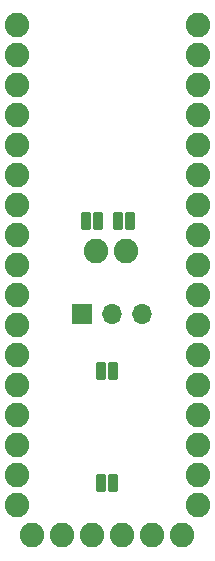
<source format=gbr>
G04 #@! TF.GenerationSoftware,KiCad,Pcbnew,(7.0.0)*
G04 #@! TF.CreationDate,2023-04-22T14:52:30+07:00*
G04 #@! TF.ProjectId,sparkfun-nrf52832-breakout,73706172-6b66-4756-9e2d-6e7266353238,rev?*
G04 #@! TF.SameCoordinates,Original*
G04 #@! TF.FileFunction,Soldermask,Bot*
G04 #@! TF.FilePolarity,Negative*
%FSLAX46Y46*%
G04 Gerber Fmt 4.6, Leading zero omitted, Abs format (unit mm)*
G04 Created by KiCad (PCBNEW (7.0.0)) date 2023-04-22 14:52:30*
%MOMM*%
%LPD*%
G01*
G04 APERTURE LIST*
G04 Aperture macros list*
%AMRoundRect*
0 Rectangle with rounded corners*
0 $1 Rounding radius*
0 $2 $3 $4 $5 $6 $7 $8 $9 X,Y pos of 4 corners*
0 Add a 4 corners polygon primitive as box body*
4,1,4,$2,$3,$4,$5,$6,$7,$8,$9,$2,$3,0*
0 Add four circle primitives for the rounded corners*
1,1,$1+$1,$2,$3*
1,1,$1+$1,$4,$5*
1,1,$1+$1,$6,$7*
1,1,$1+$1,$8,$9*
0 Add four rect primitives between the rounded corners*
20,1,$1+$1,$2,$3,$4,$5,0*
20,1,$1+$1,$4,$5,$6,$7,0*
20,1,$1+$1,$6,$7,$8,$9,0*
20,1,$1+$1,$8,$9,$2,$3,0*%
G04 Aperture macros list end*
%ADD10R,1.700000X1.700000*%
%ADD11O,1.700000X1.700000*%
%ADD12C,2.082800*%
%ADD13RoundRect,0.101600X-0.317500X-0.635000X0.317500X-0.635000X0.317500X0.635000X-0.317500X0.635000X0*%
%ADD14RoundRect,0.101600X0.317500X0.635000X-0.317500X0.635000X-0.317500X-0.635000X0.317500X-0.635000X0*%
G04 APERTURE END LIST*
D10*
G04 #@! TO.C,J5*
X146354999Y-111039999D03*
D11*
X148894999Y-111039999D03*
X151434999Y-111039999D03*
G04 #@! TD*
D12*
G04 #@! TO.C,J4*
X156150000Y-127220000D03*
X156150000Y-124680000D03*
X156150000Y-122140000D03*
X156150000Y-119600000D03*
X156150000Y-117060000D03*
X156150000Y-114520000D03*
X156150000Y-111980000D03*
X156150000Y-109440000D03*
X156150000Y-106900000D03*
X156150000Y-104360000D03*
X156150000Y-101820000D03*
X156150000Y-99280000D03*
X156150000Y-96740000D03*
X156150000Y-94200000D03*
X156150000Y-91660000D03*
X156150000Y-89120000D03*
X156150000Y-86580000D03*
G04 #@! TD*
G04 #@! TO.C,J1*
X142130000Y-129750000D03*
X144670000Y-129750000D03*
X147210000Y-129750000D03*
X149750000Y-129750000D03*
X152290000Y-129750000D03*
X154830000Y-129750000D03*
G04 #@! TD*
G04 #@! TO.C,J2*
X150070000Y-105650000D03*
X147530000Y-105650000D03*
G04 #@! TD*
G04 #@! TO.C,J3*
X140875000Y-127200000D03*
X140875000Y-124660000D03*
X140875000Y-122120000D03*
X140875000Y-119580000D03*
X140875000Y-117040000D03*
X140875000Y-114500000D03*
X140875000Y-111960000D03*
X140875000Y-109420000D03*
X140875000Y-106880000D03*
X140875000Y-104340000D03*
X140875000Y-101800000D03*
X140875000Y-99260000D03*
X140875000Y-96720000D03*
X140875000Y-94180000D03*
X140875000Y-91640000D03*
X140875000Y-89100000D03*
X140875000Y-86560000D03*
G04 #@! TD*
D13*
G04 #@! TO.C,JP1*
X147992000Y-125350000D03*
X149008000Y-125350000D03*
G04 #@! TD*
G04 #@! TO.C,JP4*
X146692000Y-103100000D03*
X147708000Y-103100000D03*
G04 #@! TD*
D14*
G04 #@! TO.C,JP6*
X149008000Y-115800000D03*
X147992000Y-115800000D03*
G04 #@! TD*
G04 #@! TO.C,JP5*
X150383000Y-103125000D03*
X149367000Y-103125000D03*
G04 #@! TD*
M02*

</source>
